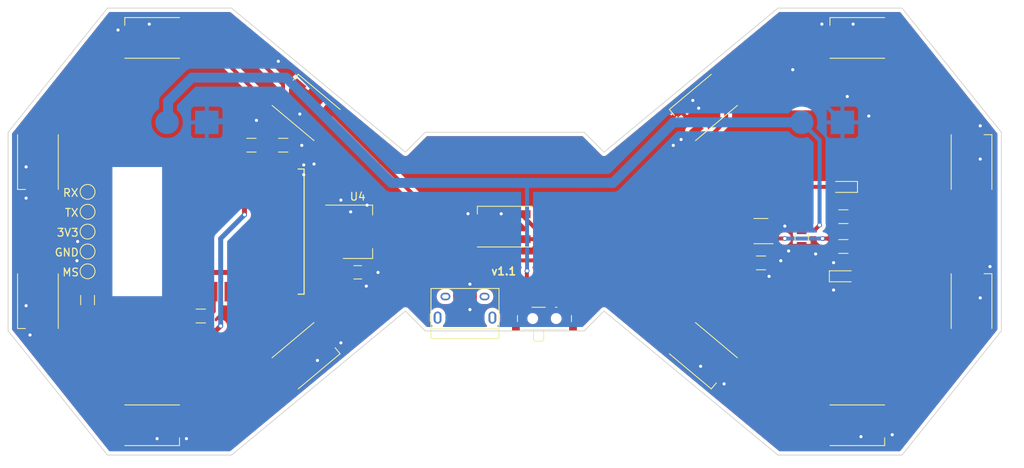
<source format=kicad_pcb>
(kicad_pcb (version 20221018) (generator pcbnew)
  (layers (0 "F.Cu" signal) (31 "B.Cu" signal) (34 "B.Paste" user) (35 "F.Paste" user) (36 "B.SilkS" user "B.Silkscreen") (37 "F.SilkS" user "F.Silkscreen") (38 "B.Mask" user) (39 "F.Mask" user) (44 "Edge.Cuts" user))
  (net 0 "")
  (net 1 "GND")
  (net 2 "+3V3")
  (net 3 "Net-(SW1-A)")
  (net 4 "Net-(D1-A)")
  (net 5 "Net-(D1-K)")
  (net 6 "Net-(D2-A)")
  (net 11 "Net-(U3-RXD)")
  (net 12 "Net-(U3-TXD)")
  (net 13 "Net-(U3-GPIO0)")
  (net 14 "Net-(LED1-DOUT)")
  (net 15 "Net-(LED2-DOUT)")
  (net 16 "Net-(LED3-DOUT)")
  (net 17 "Net-(LED4-DOUT)")
  (net 18 "Net-(LED5-DOUT)")
  (net 19 "Net-(LED6-DOUT)")
  (net 20 "Net-(LED7-DOUT)")
  (net 21 "Net-(LED8-DOUT)")
  (net 22 "Net-(LED10-DIN)")
  (net 23 "+BATT")
  (net 24 "Net-(LED10-DOUT)")
  (net 25 "LED_SIG")
  (net 26 "Net-(LED11-DOUT)")
  (net 27 "Net-(LED12-DOUT)")
  (net 29 "Net-(U3-CH_PD)")
  (net 30 "Net-(U1-PROG)")
  (net 31 "Net-(U3-GPIO15)")
  (net 32 "Net-(U3-GPIO2)")
  (net 33 "Net-(U1-STAT)")
  (footprint "LEDs:LED_WS2812B-PLCC4" (layer "F.Cu") (at 50.8 57.15 40)
    (fp_text reference "LED1" hide)
    (fp_text value "WS2812B")
  )
  (footprint "LEDs:LED_WS2812B-PLCC4" (layer "F.Cu") (at 31.115 66.04)
    (fp_text reference "LED2" hide)
    (fp_text value "WS2812B")
  )
  (footprint "LEDs:LED_WS2812B-PLCC4" (layer "F.Cu") (at 16.51 50.165 -90)
    (fp_text reference "LED3" hide)
    (fp_text value "WS2812B")
  )
  (footprint "LEDs:LED_WS2812B-PLCC4" (layer "F.Cu") (at 16.51 32.385 -90)
    (fp_text reference "LED4" hide)
    (fp_text value "WS2812B")
  )
  (footprint "LEDs:LED_WS2812B-PLCC4" (layer "F.Cu") (at 31.115 16.51 180)
    (fp_text reference "LED5" hide)
    (fp_text value "WS2812B")
  )
  (footprint "LEDs:LED_WS2812B-PLCC4" (layer "F.Cu") (at 50.8 25.4 140)
    (fp_text reference "LED6" hide)
    (fp_text value "WS2812B")
  )
  (footprint "LEDs:LED_WS2812B-PLCC4" (layer "F.Cu") (at 76.2 40.64 180)
    (fp_text reference "LED7" hide)
    (fp_text value "WS2812B")
  )
  (footprint "LEDs:LED_WS2812B-PLCC4" (layer "F.Cu") (at 101.6 25.4 -140)
    (fp_text reference "LED8" hide)
    (fp_text value "WS2812B")
  )
  (footprint "LEDs:LED_WS2812B-PLCC4" (layer "F.Cu") (at 121.285 16.51 180)
    (fp_text reference "LED9" hide)
    (fp_text value "WS2812B")
  )
  (footprint "Buttons_Switches_SMD:SW_SPDT_PCM12" (layer "F.Cu") (at 81.28 52.07)
    (fp_text reference "SW1" hide)
    (fp_text value "SW_SPDT")
  )
  (footprint "LEDs:LED_WS2812B-PLCC4" (layer "F.Cu") (at 135.89 32.385 90)
    (fp_text reference "LED10" hide)
    (fp_text value "WS2812B")
  )
  (footprint "LEDs:LED_WS2812B-PLCC4" (layer "F.Cu") (at 135.89 50.165 90)
    (fp_text reference "LED11" hide)
    (fp_text value "WS2812B")
  )
  (footprint "LEDs:LED_WS2812B-PLCC4" (layer "F.Cu") (at 121.285 66.04)
    (fp_text reference "LED12" hide)
    (fp_text value "WS2812B")
  )
  (footprint "LEDs:LED_WS2812B-PLCC4" (layer "F.Cu") (at 101.6 57.15 -40)
    (fp_text reference "LED13" hide)
    (fp_text value "WS2812B")
  )
  (footprint "Measurement_Points:Measurement_Point_Round-SMD-Pad_Big" (layer "F.Cu") (at 114.173 27.305)
    (fp_text reference "J8" hide)
    (fp_text value "VBATT1")
  )
  (footprint "Measurement_Points:Measurement_Point_Round-SMD-Pad_Big" (layer "F.Cu") (at 33.02 27.305)
    (fp_text reference "J9" hide)
    (fp_text value "VBATT2")
  )
  (footprint "Measurement_Points:Measurement_Point_Square-SMD-Pad_Big" (layer "F.Cu") (at 119.38 27.305)
    (fp_text reference "J6" hide)
    (fp_text value "GND_BATT1")
  )
  (footprint "Measurement_Points:Measurement_Point_Square-SMD-Pad_Big" (layer "F.Cu") (at 38.1 27.305)
    (fp_text reference "J7" hide)
    (fp_text value "GND_BATT2")
  )
  (footprint "ESP8266:ESP-12E_SMD" (layer "F.Cu") (at 34.925 48.26 90)
    (fp_text reference "U3" hide)
    (fp_text value "ESP-12F" hide)
  )
  (footprint "TO_SOT_Packages_SMD:SOT-23-5" (layer "F.Cu") (at 108.966 41.2115 180)
    (fp_text reference "U1" hide)
    (fp_text value "MCP73831-2-OT")
  )
  (footprint "Capacitors_SMD:C_0805" (layer "F.Cu") (at 57.404 46.482)
    (fp_text reference "1uF3" hide)
    (fp_text value "C")
  )
  (footprint "Capacitors_SMD:C_0805" (layer "F.Cu") (at 114.173 42.1005 -90)
    (fp_text reference "10uF2" hide)
    (fp_text value "C")
  )
  (footprint "LEDs:LED_0805" (layer "F.Cu") (at 119.507 35.56 180)
    (fp_text reference "D1" hide)
    (fp_text value "LED")
  )
  (footprint "LEDs:LED_0805" (layer "F.Cu") (at 119.507 46.99)
    (fp_text reference "D2" hide)
    (fp_text value "LED")
  )
  (footprint "Connectors:USB_Micro-B" (layer "F.Cu") (at 71.12 50.927)
    (fp_text reference "J1" hide)
    (fp_text value "USB_OTG")
  )
  (footprint "Resistors_SMD:R_0805" (layer "F.Cu") (at 37.338 52.07)
    (fp_text reference "R1" hide)
    (fp_text value "10K")
  )
  (footprint "Resistors_SMD:R_0805" (layer "F.Cu") (at 108.966 45.2755)
    (fp_text reference "R2" hide)
    (fp_text value "2K")
  )
  (footprint "Resistors_SMD:R_0805" (layer "F.Cu") (at 47.879 30.226)
    (fp_text reference "R3" hide)
    (fp_text value "10K")
  )
  (footprint "Resistors_SMD:R_0805" (layer "F.Cu") (at 22.86 50.038 90)
    (fp_text reference "R4" hide)
    (fp_text value "10K")
  )
  (footprint "Resistors_SMD:R_0805" (layer "F.Cu") (at 43.815 30.226)
    (fp_text reference "R5" hide)
    (fp_text value "10K")
  )
  (footprint "Resistors_SMD:R_0805" (layer "F.Cu") (at 119.507 39.37)
    (fp_text reference "R470" hide)
    (fp_text value "R")
  )
  (footprint "Resistors_SMD:R_0805" (layer "F.Cu") (at 119.507 43.18)
    (fp_text reference "R470_1" hide)
    (fp_text value "R")
  )
  (footprint "TestPoint:TestPoint_Pad_D1.5mm" (layer "F.Cu") (at 22.86 36.195)
    (fp_text reference "J2" hide)
    (fp_text value "POGO_RX")
  )
  (footprint "TestPoint:TestPoint_Pad_D1.5mm" (layer "F.Cu") (at 22.86 38.735)
    (fp_text reference "J4" hide)
    (fp_text value "POGO_TX")
  )
  (footprint "TestPoint:TestPoint_Pad_D1.5mm" (layer "F.Cu") (at 22.86 46.355)
    (fp_text reference "J5" hide)
    (fp_text value "BOOT2")
  )
  (footprint "TestPoint:TestPoint_Pad_D1.5mm" (layer "F.Cu") (at 22.86 41.275)
    (fp_text reference "J10" hide)
    (fp_text value "POGO_3V3")
  )
  (footprint "TestPoint:TestPoint_Pad_D1.5mm" (layer "F.Cu") (at 22.86 43.815)
    (fp_text reference "J11" hide)
    (fp_text value "POGO_GND")
  )
  (footprint "stephen:glowtieTitle" (layer "F.Cu") (at 76.2 33.02)
    (fp_text reference "G***" hide)
    (fp_text value "LOGO" hide)
  )
  (footprint "Package_TO_SOT_SMD:SOT-223-3_TabPin2" (layer "F.Cu") (at 57.4 41.3)
    (fp_text reference "U4")
    (fp_text value "AZ1117-3.3")
  )
  (gr_line (start 63.5 31.115) (end 66.04 28.575) (stroke (width 0.1)) (layer "Edge.Cuts"))
  (gr_line (start 127 12.7) (end 111.125 12.7) (stroke (width 0.1)) (layer "Edge.Cuts"))
  (gr_line (start 86.36 28.575) (end 88.9 31.115) (stroke (width 0.1)) (layer "Edge.Cuts"))
  (gr_line (start 127 69.85) (end 111.125 69.85) (stroke (width 0.1)) (layer "Edge.Cuts"))
  (gr_line (start 66.04 28.575) (end 86.36 28.575) (stroke (width 0.1)) (layer "Edge.Cuts"))
  (gr_line (start 127 12.7) (end 139.7 28.575) (stroke (width 0.1)) (layer "Edge.Cuts"))
  (gr_line (start 12.7 28.575) (end 12.7 53.975) (stroke (width 0.1)) (layer "Edge.Cuts"))
  (gr_line (start 111.125 12.7) (end 88.9 31.115) (stroke (width 0.1)) (layer "Edge.Cuts"))
  (gr_line (start 111.125 69.85) (end 88.9 51.435) (stroke (width 0.1)) (layer "Edge.Cuts"))
  (gr_line (start 139.7 53.975) (end 139.7 28.575) (stroke (width 0.1)) (layer "Edge.Cuts"))
  (gr_line (start 25.4 69.85) (end 41.275 69.85) (stroke (width 0.1)) (layer "Edge.Cuts"))
  (gr_line (start 76.2 53.975) (end 86.36 53.975) (stroke (width 0.1)) (layer "Edge.Cuts"))
  (gr_line (start 25.4 12.7) (end 12.7 28.575) (stroke (width 0.1)) (layer "Edge.Cuts"))
  (gr_line (start 41.275 69.85) (end 63.5 51.435) (stroke (width 0.1)) (layer "Edge.Cuts"))
  (gr_line (start 76.2 53.975) (end 66.04 53.975) (stroke (width 0.1)) (layer "Edge.Cuts"))
  (gr_line (start 86.36 53.975) (end 88.9 51.435) (stroke (width 0.1)) (layer "Edge.Cuts"))
  (gr_line (start 25.4 12.7) (end 41.275 12.7) (stroke (width 0.1)) (layer "Edge.Cuts"))
  (gr_line (start 63.5 31.115) (end 41.275 12.7) (stroke (width 0.1)) (layer "Edge.Cuts"))
  (gr_line (start 139.7 53.975) (end 127 69.85) (stroke (width 0.1)) (layer "Edge.Cuts"))
  (gr_line (start 12.7 53.975) (end 25.4 69.85) (stroke (width 0.1)) (layer "Edge.Cuts"))
  (gr_line (start 66.04 53.975) (end 63.5 51.435) (stroke (width 0.1)) (layer "Edge.Cuts"))
  (gr_text "TX" (at 20.828 38.862) (layer "F.SilkS") (effects (font (size 1 1))))
  (gr_text "v1.1" (at 76.073 46.355) (layer "F.SilkS") (effects (font (size 1 1) (thickness 0.2))))
  (gr_text "3V3" (at 20.32 41.402) (layer "F.SilkS") (effects (font (size 1 1))))
  (gr_text "GND" (at 20.193 43.942) (layer "F.SilkS") (effects (font (size 1 1))))
  (gr_text "MS" (at 20.701 46.482) (layer "F.SilkS") (effects (font (size 1 1))))
  (gr_text "RX" (at 20.701 36.322) (layer "F.SilkS") (effects (font (size 1 1))))
  (segment (start 51.816 34.417) (end 50.917 34.417) (width 0.635) (layer "F.Cu") (net 1))
  (segment (start 49.082 34.417) (end 48.925 34.26) (width 0.635) (layer "F.Cu") (net 1))
  (segment (start 98.425 25.549869) (end 98.656429 25.781298) (width 0.508) (layer "F.Cu") (net 1))
  (segment (start 48.829 34.164) (end 48.925 34.26) (width 0.635) (layer "F.Cu") (net 1))
  (segment (start 73.649 38.989) (end 73.7 39.04) (width 0.635) (layer "F.Cu") (net 1))
  (segment (start 72.42 50.643) (end 72.42 49.577) (width 0.254) (layer "F.Cu") (net 1))
  (segment (start 111.379 41.2115) (end 112.014 40.5765) (width 0.508) (layer "F.Cu") (net 1))
  (segment (start 73.649 38.989) (end 71.501 38.989) (width 0.635) (layer "F.Cu") (net 1))
  (segment (start 51.816 34.417) (end 54.25 36.851) (width 0.635) (layer "F.Cu") (net 1))
  (segment (start 50.5 34) (end 50.083 34.417) (width 0.635) (layer "F.Cu") (net 1))
  (segment (start 54.25 36.851) (end 54.25 39) (width 0.635) (layer "F.Cu") (net 1))
  (segment (start 14.91 34.885) (end 14.91 35.255) (width 0.5) (layer "F.Cu") (net 1))
  (segment (start 72.42 49.577) (end 72.42 47.9344) (width 0.381) (layer "F.Cu") (net 1))
  (segment (start 72.42 47.9344) (end 72.4154 47.9298) (width 0.381) (layer "F.Cu") (net 1))
  (segment (start 50.083 34.417) (end 49.082 34.417) (width 0.635) (layer "F.Cu") (net 1))
  (segment (start 48.829 30.226) (end 48.829 34.164) (width 0.635) (layer "F.Cu") (net 1))
  (segment (start 72.42 49.577) (end 72.42 51.1475) (width 0.381) (layer "F.Cu") (net 1))
  (segment (start 137.49 47.665) (end 137.755 47.665) (width 0.5) (layer "F.Cu") (net 1))
  (segment (start 49.913349 22.56736) (end 49.87236 22.56736) (width 0.5) (layer "F.Cu") (net 1))
  (segment (start 110.066 41.2115) (end 111.379 41.2115) (width 0.508) (layer "F.Cu") (net 1))
  (segment (start 50.917 34.417) (end 50.5 34) (width 0.635) (layer "F.Cu") (net 1))
  (segment (start 51.816 34.417) (end 51.816 32.639) (width 0.508) (layer "F.Cu") (net 1))
  (via (at 71.75 48) (size 0.6) (drill 0.4) (layers "F.Cu" "B.Cu") (net 1))
  (via (at 51.816 32.639) (size 0.6) (drill 0.4) (layers "F.Cu" "B.Cu") (net 1))
  (via (at 115.951 44.1325) (size 0.6) (drill 0.4) (layers "F.Cu" "B.Cu") (net 1))
  (via (at 75.75 39) (size 0.6) (drill 0.4) (layers "F.Cu" "B.Cu") (net 1))
  (via (at 101.25 58.5) (size 0.6) (drill 0.4) (layers "F.Cu" "B.Cu") (net 1))
  (via (at 55.25 37.25) (size 0.6) (drill 0.4) (layers "F.Cu" "B.Cu") (net 1))
  (via (at 137 49.75) (size 0.6) (drill 0.4) (layers "F.Cu" "B.Cu") (net 1))
  (via (at 137 27.75) (size 0.6) (drill 0.4) (layers "F.Cu" "B.Cu") (net 1))
  (via (at 15 50.75) (size 0.6) (drill 0.4) (layers "F.Cu" "B.Cu") (net 1))
  (via (at 116.75 14.75) (size 0.6) (drill 0.4) (layers "F.Cu" "B.Cu") (net 1))
  (via (at 113.03 20.574) (size 0.6) (drill 0.4) (layers "F.Cu" "B.Cu") (net 1))
  (via (at 71.501 38.989) (size 0.6) (drill 0.4) (layers "F.Cu" "B.Cu") (net 1))
  (via (at 125.75 67.25) (size 0.6) (drill 0.4) (layers "F.Cu" "B.Cu") (net 1))
  (via (at 118.25 45.25) (size 0.6) (drill 0.4) (layers "F.Cu" "B.Cu") (net 1))
  (via (at 30.75 14.75) (size 0.6) (drill 0.4) (layers "F.Cu" "B.Cu") (net 1))
  (via (at 50.5 34) (size 0.6) (drill 0.4) (layers "F.Cu" "B.Cu") (net 1))
  (via (at 56.5 38.75) (size 0.6) (drill 0.4) (layers "F.Cu" "B.Cu") (net 1))
  (via (at 35.5 67.75) (size 0.6) (drill 0.4) (layers "F.Cu" "B.Cu") (net 1))
  (via (at 110 47) (size 0.6) (drill 0.4) (layers "F.Cu" "B.Cu") (net 1))
  (via (at 15 33) (size 0.6) (drill 0.4) (layers "F.Cu" "B.Cu") (net 1))
  (via (at 101 25.5) (size 0.6) (drill 0.4) (layers "F.Cu" "B.Cu") (net 1))
  (via (at 58.5 48.25) (size 0.6) (drill 0.4) (layers "F.Cu" "B.Cu") (net 1))
  (via (at 120 24) (size 0.6) (drill 0.4) (layers "F.Cu" "B.Cu") (net 1))
  (via (at 50 26.25) (size 0.6) (drill 0.4) (layers "F.Cu" "B.Cu") (net 1))
  (via (at 97.75 30.25) (size 0.6) (drill 0.4) (layers "F.Cu" "B.Cu") (net 1))
  (via (at 121.75 67.5) (size 0.6) (drill 0.4) (layers "F.Cu" "B.Cu") (net 1))
  (via (at 60 46.5) (size 0.6) (drill 0.4) (layers "F.Cu" "B.Cu") (net 1))
  (via (at 52.25 57.75) (size 0.6) (drill 0.4) (layers "F.Cu" "B.Cu") (net 1))
  (via (at 50.25 30.25) (size 0.6) (drill 0.4) (layers "F.Cu" "B.Cu") (net 1))
  (via (at 98.75 29.5) (size 0.6) (drill 0.4) (layers "F.Cu" "B.Cu") (net 1))
  (via (at 138.25 45.75) (size 0.6) (drill 0.4) (layers "F.Cu" "B.Cu") (net 1))
  (via (at 122.75 26.5) (size 0.6) (drill 0.4) (layers "F.Cu" "B.Cu") (net 1))
  (via (at 55.25 55.5) (size 0.6) (drill 0.4) (layers "F.Cu" "B.Cu") (net 1))
  (via (at 118.25 48.75) (size 0.6) (drill 0.4) (layers "F.Cu" "B.Cu") (net 1))
  (via (at 100.25 24.5) (size 0.6) (drill 0.4) (layers "F.Cu" "B.Cu") (net 1))
  (via (at 112.5 43.75) (size 0.6) (drill 0.4) (layers "F.Cu" "B.Cu") (net 1))
  (via (at 50.5 32.75) (size 0.6) (drill 0.4) (layers "F.Cu" "B.Cu") (net 1))
  (via (at 21.5 45) (size 0.6) (drill 0.4) (layers "F.Cu" "B.Cu") (net 1))
  (via (at 120.75 14.75) (size 0.6) (drill 0.4) (layers "F.Cu" "B.Cu") (net 1))
  (via (at 21.59 42.545) (size 0.6) (drill 0.4) (layers "F.Cu" "B.Cu") (net 1))
  (via (at 71.75 51.25) (size 0.6) (drill 0.4) (layers "F.Cu" "B.Cu") (net 1))
  (via (at 44.45 27.051) (size 0.6) (drill 0.4) (layers "F.Cu" "B.Cu") (net 1))
  (via (at 112.014 40.5765) (size 0.6) (drill 0.4) (layers "F.Cu" "B.Cu") (net 1))
  (via (at 111.5 45) (size 0.6) (drill 0.4) (layers "F.Cu" "B.Cu") (net 1))
  (via (at 137 32) (size 0.6) (drill 0.4) (layers "F.Cu" "B.Cu") (net 1))
  (via (at 104.25 60.75) (size 0.6) (drill 0.4) (layers "F.Cu" "B.Cu") (net 1))
  (via (at 31.75 67.75) (size 0.6) (drill 0.4) (layers "F.Cu" "B.Cu") (net 1))
  (via (at 47.25 19.5) (size 0.6) (drill 0.4) (layers "F.Cu" "B.Cu") (net 1))
  (via (at 15.5 54.5) (size 0.6) (drill 0.4) (layers "F.Cu" "B.Cu") (net 1))
  (via (at 15 37) (size 0.6) (drill 0.4) (layers "F.Cu" "B.Cu") (net 1))
  (via (at 58.6 37.9) (size 0.6) (drill 0.4) (layers "F.Cu" "B.Cu") (net 1))
  (via (at 26.75 15.5) (size 0.6) (drill 0.4) (layers "F.Cu" "B.Cu") (net 1))
  (segment (start 51.816 32.639) (end 46.228 27.051) (width 0.508) (layer "B.Cu") (net 1))
  (segment (start 46.228 27.051) (end 44.45 27.051) (width 0.508) (layer "B.Cu") (net 1))
  (segment (start 38.481 27.051) (end 38.1 26.67) (width 0.508) (layer "B.Cu") (net 1))
  (segment (start 113.03 20.955) (end 119.38 27.305) (width 0.508) (layer "B.Cu") (net 1))
  (segment (start 119.34825 27.33675) (end 119.38 27.305) (width 0.508) (layer "B.Cu") (net 1))
  (segment (start 112.014 40.5765) (end 110.998 40.5765) (width 0.508) (layer "B.Cu") (net 1))
  (segment (start 110.998 40.5765) (end 110.363 41.2115) (width 0.508) (layer "B.Cu") (net 1))
  (segment (start 110.363 41.2115) (end 110.363 42.926) (width 0.508) (layer "B.Cu") (net 1))
  (segment (start 110.363 42.926) (end 111.5695 44.1325) (width 0.508) (layer "B.Cu") (net 1))
  (segment (start 111.5695 44.1325) (end 112.1175 44.1325) (width 0.508) (layer "B.Cu") (net 1))
  (segment (start 44.45 27.051) (end 38.481 27.051) (width 0.508) (layer "B.Cu") (net 1))
  (segment (start 112.5 43.75) (end 112.8825 44.1325) (width 0.508) (layer "B.Cu") (net 1))
  (segment (start 112.8825 44.1325) (end 115.951 44.1325) (width 0.508) (layer "B.Cu") (net 1))
  (segment (start 58.6 37.9) (end 64.443 37.9) (width 0.508) (layer "B.Cu") (net 1))
  (segment (start 113.03 20.574) (end 113.03 20.955) (width 0.508) (layer "B.Cu") (net 1))
  (segment (start 112.1175 44.1325) (end 112.5 43.75) (width 0.508) (layer "B.Cu") (net 1))
  (segment (start 65.532 38.989) (end 71.501 38.989) (width 0.508) (layer "B.Cu") (net 1))
  (segment (start 64.443 37.9) (end 65.532 38.989) (width 0.508) (layer "B.Cu") (net 1))
  (segment (start 32.385 50.165) (end 26.035 50.165) (width 0.635) (layer "F.Cu") (net 2))
  (segment (start 26.035 50.165) (end 24.765 48.895) (width 0.635) (layer "F.Cu") (net 2))
  (segment (start 24.765 48.895) (end 24.765 41.91) (width 0.635) (layer "F.Cu") (net 2))
  (segment (start 24.765 41.91) (end 24.13 41.275) (width 0.635) (layer "F.Cu") (net 2))
  (segment (start 24.13 41.275) (end 22.86 41.275) (width 0.635) (layer "F.Cu") (net 2))
  (segment (start 21.59 41.275) (end 20.955 40.64) (width 0.508) (layer "F.Cu") (net 2))
  (segment (start 20.955 40.64) (end 20.955 32.766) (width 0.508) (layer "F.Cu") (net 2))
  (segment (start 20.955 32.766) (end 23.622 30.099) (width 0.508) (layer "F.Cu") (net 2))
  (segment (start 23.622 30.099) (end 41.148 30.099) (width 0.508) (layer "F.Cu") (net 2))
  (segment (start 42.738 30.099) (end 42.865 30.226) (width 0.508) (layer "F.Cu") (net 2))
  (segment (start 34.29 52.07) (end 32.385 50.165) (width 0.635) (layer "F.Cu") (net 2))
  (segment (start 25.212 50.988) (end 26.035 50.165) (width 0.635) (layer "F.Cu") (net 2))
  (segment (start 52.6 48.26) (end 53.1 48.26) (width 0.5) (layer "F.Cu") (net 2))
  (segment (start 53.9 41.3) (end 52.6 42.6) (width 0.5) (layer "F.Cu") (net 2))
  (segment (start 33.02 47.498) (end 33.02 49.53) (width 0.635) (layer "F.Cu") (net 2))
  (segment (start 47.5 46.5) (end 34.018 46.5) (width 0.635) (layer "F.Cu") (net 2))
  (segment (start 54.25 41.3) (end 60.55 41.3) (width 0.5) (layer "F.Cu") (net 2))
  (segment (start 54.626 48.26) (end 56.404 46.482) (width 0.635) (layer "F.Cu") (net 2))
  (segment (start 33.02 49.53) (end 32.385 50.165) (width 0.635) (layer "F.Cu") (net 2))
  (segment (start 48.925 48.26) (end 48.925 47.925) (width 0.635) (layer "F.Cu") (net 2))
  (segment (start 53.1 48.26) (end 54.626 48.26) (width 0.635) (layer "F.Cu") (net 2))
  (segment (start 36.388 52.07) (end 34.29 52.07) (width 0.635) (layer "F.Cu") (net 2))
  (segment (start 52.6 42.6) (end 52.6 48.26) (width 0.5) (layer "F.Cu") (net 2))
  (segment (start 21.59 41.275) (end 22.86 41.275) (width 0.508) (layer "F.Cu") (net 2))
  (segment (start 48.925 47.925) (end 47.5 46.5) (width 0.635) (layer "F.Cu") (net 2))
  (segment (start 48.925 48.26) (end 53.1 48.26) (width 0.635) (layer "F.Cu") (net 2))
  (segment (start 22.86 50.988) (end 25.212 50.988) (width 0.635) (layer "F.Cu") (net 2))
  (segment (start 54.25 41.3) (end 53.9 41.3) (width 0.5) (layer "F.Cu") (net 2))
  (segment (start 42.738 30.099) (end 41.148 30.099) (width 0.508) (layer "F.Cu") (net 2))
  (segment (start 34.018 46.5) (end 33.02 47.498) (width 0.635) (layer "F.Cu") (net 2))
  (segment (start 116.459 40.4495) (end 115.808 41.1005) (width 0.508) (layer "F.Cu") (net 3))
  (segment (start 114.173 41.1005) (end 115.808 41.1005) (width 0.508) (layer "F.Cu") (net 3))
  (segment (start 79.03 50.64) (end 79.03 48.859) (width 0.508) (layer "F.Cu") (net 3))
  (segment (start 79.03 46.319) (end 79.0575 46.2915) (width 0.508) (layer "F.Cu") (net 3))
  (segment (start 110.2335 40.2615) (end 111.252 39.243) (width 0.508) (layer "F.Cu") (net 3))
  (segment (start 111.252 39.243) (end 113.0935 39.243) (width 0.508) (layer "F.Cu") (net 3))
  (segment (start 113.0935 39.243) (end 114.173 40.3225) (width 0.508) (layer "F.Cu") (net 3))
  (segment (start 114.173 40.3225) (end 114.173 41.1005) (width 0.508) (layer "F.Cu") (net 3))
  (segment (start 110.066 40.2615) (end 110.2335 40.2615) (width 0.508) (layer "F.Cu") (net 3))
  (segment (start 79.03 48.859) (end 79.03 46.319) (width 0.508) (layer "F.Cu") (net 3))
  (via (at 79.0575 46.2915) (size 0.6) (drill 0.4) (layers "F.Cu" "B.Cu") (net 3))
  (via (at 116.459 40.4495) (size 0.6) (drill 0.4) (layers "F.Cu" "B.Cu") (net 3))
  (segment (start 36.195 21.59) (end 48.260002 21.59) (width 1.27) (layer "B.Cu") (net 3))
  (segment (start 59.690001 33.019999) (end 48.260002 21.59) (width 1.27) (layer "B.Cu") (net 3))
  (segment (start 92.075 33.02) (end 96.52 28.575) (width 1.27) (layer "B.Cu") (net 3))
  (segment (start 59.690001 33.019999) (end 59.690002 33.02) (width 1.27) (layer "B.Cu") (net 3))
  (segment (start 59.690001 33.020001) (end 61.722 35.052) (width 1.27) (layer "B.Cu") (net 3))
  (segment (start 61.722 35.052) (end 79.0575 35.052) (width 1.27) (layer "B.Cu") (net 3))
  (segment (start 90.043 35.052) (end 92.075 33.02) (width 1.27) (layer "B.Cu") (net 3))
  (segment (start 97.79 27.305) (end 114.3 27.305) (width 1.27) (layer "B.Cu") (net 3))
  (segment (start 33.147 24.638) (end 33.147 27.178) (width 1.27) (layer "B.Cu") (net 3))
  (segment (start 33.147 27.178) (end 33.02 27.305) (width 1.27) (layer "B.Cu") (net 3))
  (segment (start 116.459 29.591) (end 114.173 27.305) (width 0.508) (layer "B.Cu") (net 3))
  (segment (start 79.0575 46.2915) (end 79.0575 35.052) (width 0.508) (layer "B.Cu") (net 3))
  (segment (start 79.0575 35.052) (end 79.0575 35.2425) (width 0.508) (layer "B.Cu") (net 3))
  (segment (start 79.0575 35.2425) (end 79.0575 35.052) (width 0.508) (layer "B.Cu") (net 3))
  (segment (start 79.0575 35.052) (end 86.36 35.052) (width 1.27) (layer "B.Cu") (net 3))
  (segment (start 59.690001 33.019999) (end 59.690001 33.020001) (width 1.27) (layer "B.Cu") (net 3))
  (segment (start 86.36 35.052) (end 90.043 35.052) (width 1.27) (layer "B.Cu") (net 3))
  (segment (start 36.195 21.59) (end 33.147 24.638) (width 1.27) (layer "B.Cu") (net 3))
  (segment (start 114.173 27.305) (end 114.173 27.432) (width 0.508) (layer "B.Cu") (net 3))
  (segment (start 116.459 40.4495) (end 116.459 29.591) (width 0.508) (layer "B.Cu") (net 3))
  (segment (start 96.52 28.575) (end 97.79 27.305) (width 1.27) (layer "B.Cu") (net 3))
  (segment (start 86.614 44.958) (end 86.741 44.958) (width 0.508) (layer "F.Cu") (net 4))
  (segment (start 93.9775 40.2615) (end 89.281 44.958) (width 0.508) (layer "F.Cu") (net 4))
  (segment (start 107.866 40.2615) (end 107.866 39.0095) (width 0.508) (layer "F.Cu") (net 4))
  (segment (start 111.3155 35.56) (end 118.407 35.56) (width 0.508) (layer "F.Cu") (net 4))
  (segment (start 107.866 40.2615) (end 93.9775 40.2615) (width 0.508) (layer "F.Cu") (net 4))
  (segment (start 69.82 47.752) (end 69.82 47.036) (width 0.254) (layer "F.Cu") (net 4))
  (segment (start 69.82 49.577) (end 69.82 47.752) (width 0.381) (layer "F.Cu") (net 4))
  (segment (start 69.82 48.006) (end 69.82 47.752) (width 0.254) (layer "F.Cu") (net 4))
  (segment (start 70.612 44.958) (end 69.82 45.75) (width 0.508) (layer "F.Cu") (net 4))
  (segment (start 69.82 49.577) (end 69.82 48.006) (width 0.254) (layer "F.Cu") (net 4))
  (segment (start 107.866 39.0095) (end 111.3155 35.56) (width 0.508) (layer "F.Cu") (net 4))
  (segment (start 86.614 44.958) (end 89.281 44.958) (width 0.508) (layer "F.Cu") (net 4))
  (segment (start 69.82 45.75) (end 69.82 48.006) (width 0.508) (layer "F.Cu") (net 4))
  (segment (start 86.614 44.958) (end 70.612 44.958) (width 0.508) (layer "F.Cu") (net 4))
  (segment (start 120.457 39.37) (end 120.457 35.71) (width 0.508) (layer "F.Cu") (net 5))
  (segment (start 120.457 35.71) (end 120.607 35.56) (width 0.508) (layer "F.Cu") (net 5))
  (segment (start 120.457 43.815) (end 120.457 46.84) (width 0.508) (layer "F.Cu") (net 6))
  (segment (start 120.457 46.84) (end 120.607 46.99) (width 0.508) (layer "F.Cu") (net 6))
  (segment (start 36.925 32.48) (end 36.925 34.26) (width 0.254) (layer "F.Cu") (net 11))
  (segment (start 23.749 36.195) (end 24.384 35.56) (width 0.508) (layer "F.Cu") (net 11))
  (segment (start 24.384 35.56) (end 24.384 32.512) (width 0.508) (layer "F.Cu") (net 11))
  (segment (start 24.384 32.512) (end 25.527 31.369) (width 0.508) (layer "F.Cu") (net 11))
  (segment (start 25.527 31.369) (end 36.195 31.369) (width 0.508) (layer "F.Cu") (net 11))
  (segment (start 36.195 31.369) (end 36.925 32.099) (width 0.508) (layer "F.Cu") (net 11))
  (segment (start 36.925 32.099) (end 36.925 34.26) (width 0.508) (layer "F.Cu") (net 11))
  (segment (start 36.925 34.26) (end 36.925 32.861) (width 0.254) (layer "F.Cu") (net 11))
  (segment (start 22.86 36.195) (end 23.749 36.195) (width 0.508) (layer "F.Cu") (net 11))
  (segment (start 24.638 38.735) (end 25.273 38.1) (width 0.508) (layer "F.Cu") (net 12))
  (segment (start 25.273 38.1) (end 25.273 32.893) (width 0.508) (layer "F.Cu") (net 12))
  (segment (start 25.273 32.893) (end 25.908 32.258) (width 0.508) (layer "F.Cu") (net 12))
  (segment (start 25.908 32.258) (end 33.274 32.258) (width 0.508) (layer "F.Cu") (net 12))
  (segment (start 34.925 33.909) (end 34.925 34.26) (width 0.508) (layer "F.Cu") (net 12))
  (segment (start 34.544 32.258) (end 34.925 32.639) (width 0.508) (layer "F.Cu") (net 12))
  (segment (start 34.925 32.639) (end 34.925 34.26) (width 0.508) (layer "F.Cu") (net 12))
  (segment (start 33.274 32.258) (end 34.544 32.258) (width 0.508) (layer "F.Cu") (net 12))
  (segment (start 22.86 38.735) (end 22.225 38.735) (width 0.254) (layer "F.Cu") (net 12))
  (segment (start 22.86 38.735) (end 24.638 38.735) (width 0.508) (layer "F.Cu") (net 12))
  (segment (start 34.925 34.26) (end 34.925 33.655) (width 0.254) (layer "F.Cu") (net 12))
  (segment (start 22.098 46.355) (end 21.336 47.117) (width 0.635) (layer "F.Cu") (net 13))
  (segment (start 21.336 47.117) (end 21.336 52.197) (width 0.635) (layer "F.Cu") (net 13))
  (segment (start 23.241 54.102) (end 39.116 54.102) (width 0.635) (layer "F.Cu") (net 13))
  (segment (start 39.116 54.102) (end 39.878 53.34) (width 0.635) (layer "F.Cu") (net 13))
  (segment (start 42.926 39.116) (end 42.925 39.115) (width 0.635) (layer "F.Cu") (net 13))
  (segment (start 42.925 39.115) (end 42.925 34.26) (width 0.635) (layer "F.Cu") (net 13))
  (segment (start 21.336 52.197) (end 23.241 54.102) (width 0.635) (layer "F.Cu") (net 13))
  (segment (start 22.86 49.088) (end 22.86 46.355) (width 0.635) (layer "F.Cu") (net 13))
  (segment (start 22.86 46.355) (end 22.098 46.355) (width 0.635) (layer "F.Cu") (net 13))
  (segment (start 42.925 34.26) (end 42.925 32.765) (width 0.5) (layer "F.Cu") (net 13))
  (segment (start 22.86 46.355) (end 22.225 46.355) (width 0.254) (layer "F.Cu") (net 13))
  (via (at 39.878 53.34) (size 0.6) (drill 0.4) (layers "F.Cu" "B.Cu") (net 13))
  (via (at 42.926 39.116) (size 0.6) (drill 0.4) (layers "F.Cu" "B.Cu") (net 13))
  (segment (start 39.878 53.34) (end 39.878 42.164) (width 0.635) (layer "B.Cu") (net 13))
  (segment (start 39.878 42.164) (end 42.926 39.116) (width 0.635) (layer "B.Cu") (net 13))
  (segment (start 43.51 64.44) (end 47.96736 59.98264) (width 0.5) (layer "F.Cu") (net 14))
  (segment (start 47.96736 59.98264) (end 49.913349 59.98264) (width 0.5) (layer "F.Cu") (net 14))
  (segment (start 33.615 64.44) (end 43.51 64.44) (width 0.5) (layer "F.Cu") (net 14))
  (segment (start 18.11 57.135) (end 28.615 67.64) (width 0.5) (layer "F.Cu") (net 15))
  (segment (start 18.11 52.665) (end 18.11 57.135) (width 0.5) (layer "F.Cu") (net 15))
  (segment (start 18.11 44.465) (end 14.91 47.665) (width 0.5) (layer "F.Cu") (net 16))
  (segment (start 18.11 34.885) (end 18.11 44.465) (width 0.5) (layer "F.Cu") (net 16))
  (segment (start 14.91 29.54) (end 26.34 18.11) (width 0.5) (layer "F.Cu") (net 17))
  (segment (start 26.34 18.11) (end 28.615 18.11) (width 0.5) (layer "F.Cu") (net 17))
  (segment (start 14.91 29.885) (end 14.91 29.54) (width 0.5) (layer "F.Cu") (net 17))
  (segment (start 47.856429 22.456429) (end 40.31 14.91) (width 0.5) (layer "F.Cu") (net 18))
  (segment (start 40.31 14.91) (end 33.615 14.91) (width 0.5) (layer "F.Cu") (net 18))
  (segment (start 47.856429 25.018702) (end 47.856429 22.456429) (width 0.5) (layer "F.Cu") (net 18))
  (segment (start 70.202273 42.24) (end 53.743571 25.781298) (width 0.5) (layer "F.Cu") (net 19))
  (segment (start 73.7 42.24) (end 70.202273 42.24) (width 0.5) (layer "F.Cu") (net 19))
  (segment (start 78.7 39.457) (end 80.01 40.767) (width 0.508) (layer "F.Cu") (net 20))
  (segment (start 80.01 40.767) (end 89.408 40.767) (width 0.508) (layer "F.Cu") (net 20))
  (segment (start 89.408 40.767) (end 100.713349 29.461651) (width 0.508) (layer "F.Cu") (net 20))
  (segment (start 100.713349 29.461651) (end 100.713349 28.23264) (width 0.508) (layer "F.Cu") (net 20))
  (segment (start 78.7 39.04) (end 78.7 39.457) (width 0.508) (layer "F.Cu") (net 20))
  (segment (start 118.415 18.11) (end 114.935 21.59) (width 0.5) (layer "F.Cu") (net 21))
  (segment (start 113.95764 22.56736) (end 114.935 21.59) (width 0.5) (layer "F.Cu") (net 21))
  (segment (start 114.935 21.59) (end 114.59264 21.93236) (width 0.5) (layer "F.Cu") (net 21))
  (segment (start 118.785 18.11) (end 118.415 18.11) (width 0.5) (layer "F.Cu") (net 21))
  (segment (start 102.486651 22.56736) (end 113.95764 22.56736) (width 0.5) (layer "F.Cu") (net 21))
  (segment (start 134.29 26.975) (end 125.73 18.415) (width 0.5) (layer "F.Cu") (net 22))
  (segment (start 125.73 18.415) (end 125.73 16.855) (width 0.5) (layer "F.Cu") (net 22))
  (segment (start 125.73 16.855) (end 123.785 14.91) (width 0.5) (layer "F.Cu") (net 22))
  (segment (start 134.29 29.885) (end 134.29 26.975) (width 0.5) (layer "F.Cu") (net 22))
  (segment (start 108.66236 54.31736) (end 118.785 64.44) (width 0.5) (layer "F.Cu") (net 23))
  (segment (start 134.29 33.325) (end 123.785 22.82) (width 0.5) (layer "F.Cu") (net 23))
  (segment (start 123.785 22.82) (end 123.785 18.11) (width 0.5) (layer "F.Cu") (net 23))
  (segment (start 122.225 18.11) (end 116.205 24.13) (width 0.5) (layer "F.Cu") (net 23))
  (segment (start 78.41 42.24) (end 76.835 43.815) (width 0.5) (layer "F.Cu") (net 23))
  (segment (start 76.835 43.815) (end 67.269011 43.815) (width 0.5) (layer "F.Cu") (net 23))
  (segment (start 67.269011 43.815) (end 54.102 30.647989) (width 0.5) (layer "F.Cu") (net 23))
  (segment (start 49.18764 28.23264) (end 40.9575 20.0025) (width 0.5) (layer "F.Cu") (net 23))
  (segment (start 39.065 18.11) (end 33.615 18.11) (width 0.5) (layer "F.Cu") (net 23))
  (segment (start 33.325 18.11) (end 31.115 20.32) (width 0.5) (layer "F.Cu") (net 23))
  (segment (start 31.115 20.32) (end 27.675 20.32) (width 0.5) (layer "F.Cu") (net 23))
  (segment (start 27.675 20.32) (end 18.11 29.885) (width 0.5) (layer "F.Cu") (net 23))
  (segment (start 28.905 64.44) (end 31.75 61.595) (width 0.5) (layer "F.Cu") (net 23))
  (segment (start 31.75 61.595) (end 39.37 61.595) (width 0.5) (layer "F.Cu") (net 23))
  (segment (start 43.792727 61.595) (end 47.856429 57.531298) (width 0.5) (layer "F.Cu") (net 23))
  (segment (start 39.37 61.595) (end 43.792727 61.595) (width 0.5) (layer "F.Cu") (net 23))
  (segment (start 40.9575 20.0025) (end 39.065 18.11) (width 0.5) (layer "F.Cu") (net 23))
  (segment (start 47.507727 57.88) (end 47.856429 57.531298) (width 0.5) (layer "F.Cu") (net 23))
  (segment (start 108.585 54.31736) (end 108.66236 54.31736) (width 0.5) (layer "F.Cu") (net 23))
  (segment (start 132.715 50.8) (end 132.715 46.355) (width 0.5) (layer "F.Cu") (net 23))
  (segment (start 132.715 46.355) (end 135.89 43.18) (width 0.5) (layer "F.Cu") (net 23))
  (segment (start 135.89 43.18) (end 135.89 36.485) (width 0.5) (layer "F.Cu") (net 23))
  (segment (start 134.29 34.885) (end 135.89 36.485) (width 0.5) (layer "F.Cu") (net 23))
  (segment (start 115.316298 25.018702) (end 116.205 24.13) (width 0.5) (layer "F.Cu") (net 23))
  (segment (start 116.205 24.13) (end 115.951298 24.383702) (width 0.5) (layer "F.Cu") (net 23))
  (segment (start 18.11 30.048) (end 19.304 31.242) (width 0.635) (layer "F.Cu") (net 23))
  (segment (start 19.304 31.242) (end 19.304 46.471) (width 0.635) (layer "F.Cu") (net 23))
  (segment (start 19.304 46.471) (end 18.11 47.665) (width 0.635) (layer "F.Cu") (net 23))
  (segment (start 18.11 49.86) (end 19.431 51.181) (width 0.635) (layer "F.Cu") (net 23))
  (segment (start 19.431 51.181) (end 19.431 55.256) (width 0.635) (layer "F.Cu") (net 23))
  (segment (start 19.431 55.256) (end 28.615 64.44) (width 0.635) (layer "F.Cu") (net 23))
  (segment (start 82.03 49.542) (end 82.677 48.895) (width 0.508) (layer "F.Cu") (net 23))
  (segment (start 82.677 48.895) (end 90.424 48.895) (width 0.508) (layer "F.Cu") (net 23))
  (segment (start 90.424 48.895) (end 95.84636 54.31736) (width 0.508) (layer "F.Cu") (net 23))
  (segment (start 95.84636 54.31736) (end 100.713349 54.31736) (width 0.508) (layer "F.Cu") (net 23))
  (segment (start 89.332 42.24) (end 101.5365 30.0355) (width 0.508) (layer "F.Cu") (net 23))
  (segment (start 101.5365 30.0355) (end 101.6 29.972) (width 0.508) (layer "F.Cu") (net 23))
  (segment (start 104.521 27.051) (end 104.521 25.041273) (width 0.508) (layer "F.Cu") (net 23))
  (segment (start 104.521 25.041273) (end 104.543571 25.018702) (width 0.508) (layer "F.Cu") (net 23))
  (segment (start 132.715 51.09) (end 134.29 52.665) (width 0.508) (layer "F.Cu") (net 23))
  (segment (start 130.56 52.665) (end 118.785 64.44) (width 0.508) (layer "F.Cu") (net 23))
  (segment (start 33.615 18.11) (end 33.325 18.11) (width 0.5) (layer "F.Cu") (net 23))
  (segment (start 134.29 52.665) (end 130.56 52.665) (width 0.508) (layer "F.Cu") (net 23))
  (segment (start 104.543571 25.018702) (end 115.316298 25.018702) (width 0.5) (layer "F.Cu") (net 23))
  (segment (start 118.785 64.44) (end 119.075 64.44) (width 0.5) (layer "F.Cu") (net 23))
  (segment (start 51.686651 28.23264) (end 54.102 30.647989) (width 0.635) (layer "F.Cu") (net 23))
  (segment (start 78.7 42.24) (end 78.41 42.24) (width 0.5) (layer "F.Cu") (net 23))
  (segment (start 78.7 42.24) (end 89.332 42.24) (width 0.508) (layer "F.Cu") (net 23))
  (segment (start 28.615 64.44) (end 28.905 64.44) (width 0.5) (layer "F.Cu") (net 23))
  (segment (start 82.03 50.64) (end 82.03 49.542) (width 0.508) (layer "F.Cu") (net 23))
  (segment (start 51.686651 28.23264) (end 49.18764 28.23264) (width 0.5) (layer "F.Cu") (net 23))
  (segment (start 100.713349 54.31736) (end 108.585 54.31736) (width 0.5) (layer "F.Cu") (net 23))
  (segment (start 18.11 29.885) (end 18.455 29.885) (width 0.5) (layer "F.Cu") (net 23))
  (segment (start 54.75 44.1) (end 63.5 44.1) (width 0.5) (layer "F.Cu") (net 23))
  (segment (start 134.29 34.885) (end 134.29 33.325) (width 0.5) (layer "F.Cu") (net 23))
  (segment (start 54.25 43.6) (end 54.75 44.1) (width 0.5) (layer "F.Cu") (net 23))
  (segment (start 132.715 50.8) (end 132.715 51.09) (width 0.508) (layer "F.Cu") (net 23))
  (segment (start 18.11 29.885) (end 18.11 30.048) (width 0.635) (layer "F.Cu") (net 23))
  (segment (start 63.5 44.1) (end 65.527006 42.072994) (width 0.5) (layer "F.Cu") (net 23))
  (segment (start 18.11 47.665) (end 18.11 48.59) (width 0.5) (layer "F.Cu") (net 23))
  (segment (start 101.5365 30.0355) (end 104.521 27.051) (width 0.508) (layer "F.Cu") (net 23))
  (segment (start 123.785 18.11) (end 122.225 18.11) (width 0.5) (layer "F.Cu") (net 23))
  (segment (start 18.11 47.665) (end 18.375 47.665) (width 0.5) (layer "F.Cu") (net 23))
  (segment (start 18.11 47.665) (end 18.11 49.86) (width 0.635) (layer "F.Cu") (net 23))
  (segment (start 137.49 34.885) (end 137.49 40.945) (width 0.5) (layer "F.Cu") (net 24))
  (segment (start 137.49 44.465) (end 134.29 47.665) (width 0.5) (layer "F.Cu") (net 24))
  (segment (start 137.49 40.945) (end 137.49 44.465) (width 0.5) (layer "F.Cu") (net 24))
  (segment (start 46.69736 54.31736) (end 44.925 52.545) (width 0.5) (layer "F.Cu") (net 25))
  (segment (start 44.925 52.545) (end 44.925 48.26) (width 0.5) (layer "F.Cu") (net 25))
  (segment (start 51.686651 54.31736) (end 46.69736 54.31736) (width 0.5) (layer "F.Cu") (net 25))
  (segment (start 125.715 64.44) (end 137.49 52.665) (width 0.5) (layer "F.Cu") (net 26))
  (segment (start 123.785 64.44) (end 125.715 64.44) (width 0.5) (layer "F.Cu") (net 26))
  (segment (start 114.652273 67.64) (end 104.543571 57.531298) (width 0.5) (layer "F.Cu") (net 27))
  (segment (start 118.785 67.64) (end 114.652273 67.64) (width 0.5) (layer "F.Cu") (net 27))
  (segment (start 38.735 48.45) (end 38.925 48.26) (width 0.5) (layer "F.Cu") (net 29))
  (segment (start 38.688 48.497) (end 38.925 48.26) (width 0.635) (layer "F.Cu") (net 29))
  (segment (start 38.925 51.433) (end 38.288 52.07) (width 0.635) (layer "F.Cu") (net 29))
  (segment (start 38.925 48.26) (end 38.925 51.433) (width 0.635) (layer "F.Cu") (net 29))
  (segment (start 38.088 52.07) (end 38.1 52.07) (width 0.254) (layer "F.Cu") (net 29))
  (segment (start 108.016 42.3115) (end 107.866 42.1615) (width 0.508) (layer "F.Cu") (net 30))
  (segment (start 108.016 45.2755) (end 108.016 42.3115) (width 0.508) (layer "F.Cu") (net 30))
  (segment (start 46.656 33.991) (end 46.925 34.26) (width 0.635) (layer "F.Cu") (net 31))
  (segment (start 46.925 30.23) (end 46.929 30.226) (width 0.635) (layer "F.Cu") (net 31))
  (segment (start 46.925 34.26) (end 46.925 30.23) (width 0.635) (layer "F.Cu") (net 31))
  (segment (start 44.784 34.119) (end 44.925 34.26) (width 0.635) (layer "F.Cu") (net 32))
  (segment (start 44.925 30.386) (end 44.765 30.226) (width 0.508) (layer "F.Cu") (net 32))
  (segment (start 44.925 34.26) (end 44.925 30.386) (width 0.508) (layer "F.Cu") (net 32))
  (segment (start 44.925 34.26) (end 44.925 32.86) (width 0.5) (layer "F.Cu") (net 32))
  (segment (start 112.0115 42.1615) (end 112.014 42.164) (width 0.508) (layer "F.Cu") (net 33))
  (segment (start 116.84 42.164) (end 116.9035 42.2275) (width 0.508) (layer "F.Cu") (net 33))
  (segment (start 116.84 42.164) (end 116.906 42.164) (width 0.508) (layer "F.Cu") (net 33))
  (segment (start 117.541 42.164) (end 118.557 43.18) (width 0.508) (layer "F.Cu") (net 33))
  (segment (start 110.066 42.1615) (end 112.0115 42.1615) (width 0.508) (layer "F.Cu") (net 33))
  (segment (start 117.541 42.164) (end 118.557 41.148) (width 0.508) (layer "F.Cu") (net 33))
  (segment (start 116.84 42.164) (end 117.541 42.164) (width 0.508) (layer "F.Cu") (net 33))
  (segment (start 118.557 41.148) (end 118.557 39.37) (width 0.508) (layer "F.Cu") (net 33))
  (via (at 116.84 42.164) (size 0.6) (drill 0.4) (layers "F.Cu" "B.Cu") (net 33))
  (via (at 112.014 42.164) (size 0.6) (drill 0.4) (layers "F.Cu" "B.Cu") (net 33))
  (segment (start 112.014 42.164) (end 116.84 42.164) (width 0.508) (layer "B.Cu") (net 33))
  (zone (net 0) (net_name "") (layer "F.Cu") (connect_pads (clearance 0)) (min_thickness 0.254)
    (keepout (tracks not_allowed) (vias not_allowed) (pads allowed) (copperpour not_allowed) (footprints allowed))
    (fill (thermal_gap 0.508) (thermal_bridge_width 1.27))
    (polygon (pts (xy 32.385 49.53) (xy 26.035 49.53) (xy 26.035 33.02) (xy 32.385 33.02)))
  )
  (zone (net 1) (net_name "GND") (layer "F.Cu") (connect_pads (clearance 0.5)) (min_thickness 0.254) (fill yes (thermal_gap 0.508) (thermal_bridge_width 0.508))
    (polygon (pts (xy 142.621 71.501) (xy 11.938 71.501) (xy 11.938 11.938) (xy 142.621 11.938)))
  )
  (zone (net 0) (net_name "") (layer "B.Cu") (connect_pads (clearance 0)) (min_thickness 0.254)
    (keepout (tracks not_allowed) (vias not_allowed) (pads allowed) (copperpour not_allowed) (footprints allowed))
    (fill (thermal_gap 0.508) (thermal_bridge_width 0.508))
    (polygon (pts (xy 32.385 49.53) (xy 26.035 49.53) (xy 26.035 33.02) (xy 32.385 33.02)))
  )
  (zone (net 1) (net_name "GND") (layer "B.Cu") (connect_pads (clearance 0.508)) (min_thickness 0.254) (fill yes (thermal_gap 0.508) (thermal_bridge_width 0.508))
    (polygon (pts (xy 11.811 12.192) (xy 11.811 71.501) (xy 142.621 71.501) (xy 142.621 11.938) (xy 11.811 11.938)))
  )
)
</source>
